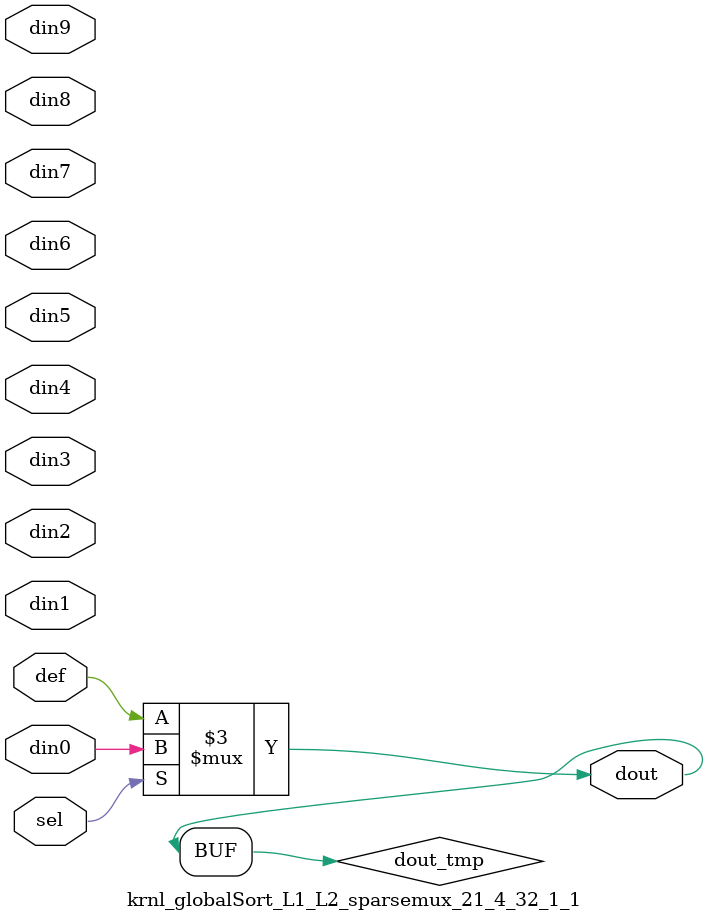
<source format=v>
`timescale 1ns / 1ps

module krnl_globalSort_L1_L2_sparsemux_21_4_32_1_1 (din0,din1,din2,din3,din4,din5,din6,din7,din8,din9,def,sel,dout);

parameter din0_WIDTH = 1;

parameter din1_WIDTH = 1;

parameter din2_WIDTH = 1;

parameter din3_WIDTH = 1;

parameter din4_WIDTH = 1;

parameter din5_WIDTH = 1;

parameter din6_WIDTH = 1;

parameter din7_WIDTH = 1;

parameter din8_WIDTH = 1;

parameter din9_WIDTH = 1;

parameter def_WIDTH = 1;
parameter sel_WIDTH = 1;
parameter dout_WIDTH = 1;

parameter [sel_WIDTH-1:0] CASE0 = 1;

parameter [sel_WIDTH-1:0] CASE1 = 1;

parameter [sel_WIDTH-1:0] CASE2 = 1;

parameter [sel_WIDTH-1:0] CASE3 = 1;

parameter [sel_WIDTH-1:0] CASE4 = 1;

parameter [sel_WIDTH-1:0] CASE5 = 1;

parameter [sel_WIDTH-1:0] CASE6 = 1;

parameter [sel_WIDTH-1:0] CASE7 = 1;

parameter [sel_WIDTH-1:0] CASE8 = 1;

parameter [sel_WIDTH-1:0] CASE9 = 1;

parameter ID = 1;
parameter NUM_STAGE = 1;



input [din0_WIDTH-1:0] din0;

input [din1_WIDTH-1:0] din1;

input [din2_WIDTH-1:0] din2;

input [din3_WIDTH-1:0] din3;

input [din4_WIDTH-1:0] din4;

input [din5_WIDTH-1:0] din5;

input [din6_WIDTH-1:0] din6;

input [din7_WIDTH-1:0] din7;

input [din8_WIDTH-1:0] din8;

input [din9_WIDTH-1:0] din9;

input [def_WIDTH-1:0] def;
input [sel_WIDTH-1:0] sel;

output [dout_WIDTH-1:0] dout;



reg [dout_WIDTH-1:0] dout_tmp;

always @ (*) begin
case (sel)
    
    CASE0 : dout_tmp = din0;
    
    CASE1 : dout_tmp = din1;
    
    CASE2 : dout_tmp = din2;
    
    CASE3 : dout_tmp = din3;
    
    CASE4 : dout_tmp = din4;
    
    CASE5 : dout_tmp = din5;
    
    CASE6 : dout_tmp = din6;
    
    CASE7 : dout_tmp = din7;
    
    CASE8 : dout_tmp = din8;
    
    CASE9 : dout_tmp = din9;
    
    default : dout_tmp = def;
endcase
end


assign dout = dout_tmp;



endmodule

</source>
